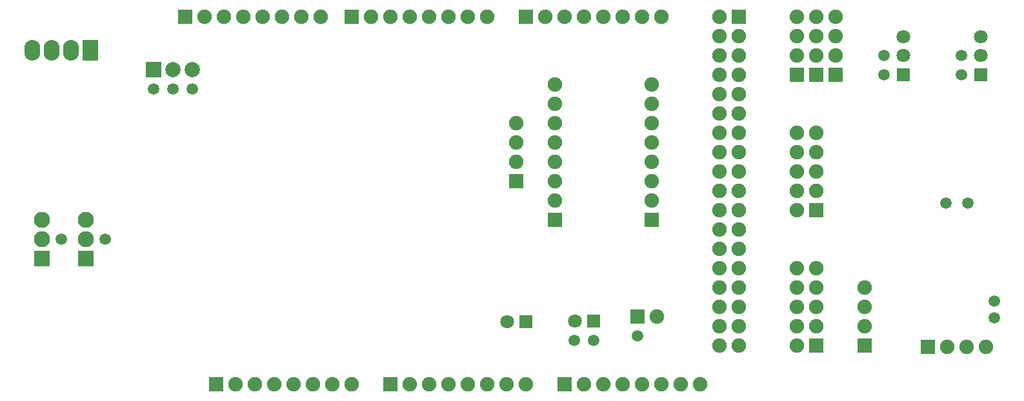
<source format=gbr>
G04 DipTrace 2.4.0.2*
%INBottomMask.gbr*%
%MOIN*%
%ADD35R,0.0709X0.0709*%
%ADD36C,0.0709*%
%ADD44R,0.0748X0.0748*%
%ADD45C,0.0748*%
%ADD49C,0.0591*%
%ADD81C,0.0828*%
%ADD82R,0.0828X0.0828*%
%ADD87O,0.0828X0.1064*%
%ADD89R,0.0828X0.1064*%
%ADD93C,0.0789*%
%ADD94R,0.0789X0.0789*%
%FSLAX44Y44*%
G04*
G70*
G90*
G75*
G01*
%LNBotMask*%
%LPD*%
D44*
X11000Y1000D3*
D45*
X12000D3*
X13000D3*
X14000D3*
X15000D3*
X16000D3*
X17000D3*
X18000D3*
D44*
X9400Y20000D3*
D45*
X10400D3*
X11400D3*
X12400D3*
X13400D3*
X14400D3*
X15400D3*
X16400D3*
D44*
X38000D3*
D45*
X37000D3*
X38000Y19000D3*
X37000D3*
X38000Y18000D3*
X37000D3*
X38000Y17000D3*
X37000D3*
X38000Y16000D3*
X37000D3*
X38000Y15000D3*
X37000D3*
X38000Y14000D3*
X37000D3*
X38000Y13000D3*
X37000D3*
X38000Y12000D3*
X37000D3*
X38000Y11000D3*
X37000D3*
X38000Y10000D3*
X37000D3*
X38000Y9000D3*
X37000D3*
X38000Y8000D3*
X37000D3*
X38000Y7000D3*
X37000D3*
X38000Y6000D3*
X37000D3*
X38000Y5000D3*
X37000D3*
X38000Y4000D3*
X37000D3*
X38000Y3000D3*
X37000D3*
D44*
X20000Y1000D3*
D45*
X21000D3*
X22000D3*
X23000D3*
X24000D3*
X25000D3*
X26000D3*
X27000D3*
D44*
X18000Y20000D3*
D45*
X19000D3*
X20000D3*
X21000D3*
X22000D3*
X23000D3*
X24000D3*
X25000D3*
D44*
X42000Y10000D3*
D45*
X41000D3*
X42000Y11000D3*
X41000D3*
X42000Y12000D3*
X41000D3*
X42000Y13000D3*
X41000D3*
X42000Y14000D3*
X41000D3*
D44*
X29000Y1000D3*
D45*
X30000D3*
X31000D3*
X32000D3*
X33000D3*
X34000D3*
X35000D3*
X36000D3*
D44*
X27000Y20000D3*
D45*
X28000D3*
X29000D3*
X30000D3*
X31000D3*
X32000D3*
X33000D3*
X34000D3*
D44*
X42000Y3000D3*
D45*
X41000D3*
X42000Y4000D3*
X41000D3*
X42000Y5000D3*
X41000D3*
X42000Y6000D3*
X41000D3*
X42000Y7000D3*
X41000D3*
D44*
X44500Y3000D3*
D45*
Y4000D3*
Y5000D3*
Y6000D3*
D44*
X41000Y17000D3*
D45*
Y18000D3*
Y19000D3*
Y20000D3*
D44*
X42000Y17000D3*
D45*
Y18000D3*
Y19000D3*
Y20000D3*
D44*
X43000Y17000D3*
D45*
Y18000D3*
Y19000D3*
Y20000D3*
D94*
X7750Y17250D3*
D93*
X8750D3*
X9750D3*
D35*
X46500Y17000D3*
D36*
Y17984D3*
Y18969D3*
D35*
X50500Y17000D3*
D36*
Y17984D3*
Y18969D3*
D44*
X47750Y2937D3*
D45*
X48750D3*
X49750D3*
X50750D3*
D44*
X26500Y11500D3*
D45*
Y12500D3*
Y13500D3*
Y14500D3*
D44*
X33500Y9500D3*
D45*
Y10500D3*
Y11500D3*
Y12500D3*
Y13500D3*
Y14500D3*
Y15500D3*
Y16500D3*
D44*
X28500Y9500D3*
D45*
Y10500D3*
Y11500D3*
Y12500D3*
Y13500D3*
Y14500D3*
Y15500D3*
Y16500D3*
D35*
X26995Y4243D3*
D36*
X26011D3*
D35*
X30500Y4250D3*
D36*
X29516D3*
D89*
X4500Y18250D3*
D87*
X3500D3*
X2500D3*
X1500D3*
D44*
X32750Y4500D3*
D45*
X33750D3*
D82*
X2000Y7500D3*
D81*
Y8500D3*
Y9500D3*
D82*
X4250Y7500D3*
D81*
Y8500D3*
Y9500D3*
D49*
X7750Y16250D3*
X8750D3*
X9750D3*
X51187Y5312D3*
X45500Y17000D3*
Y18000D3*
X51187Y4437D3*
X49500Y17000D3*
Y18000D3*
X48687Y10375D3*
X49812D3*
X30500Y3250D3*
X29500D3*
X3000Y8500D3*
X5250D3*
X32750Y3500D3*
M02*

</source>
